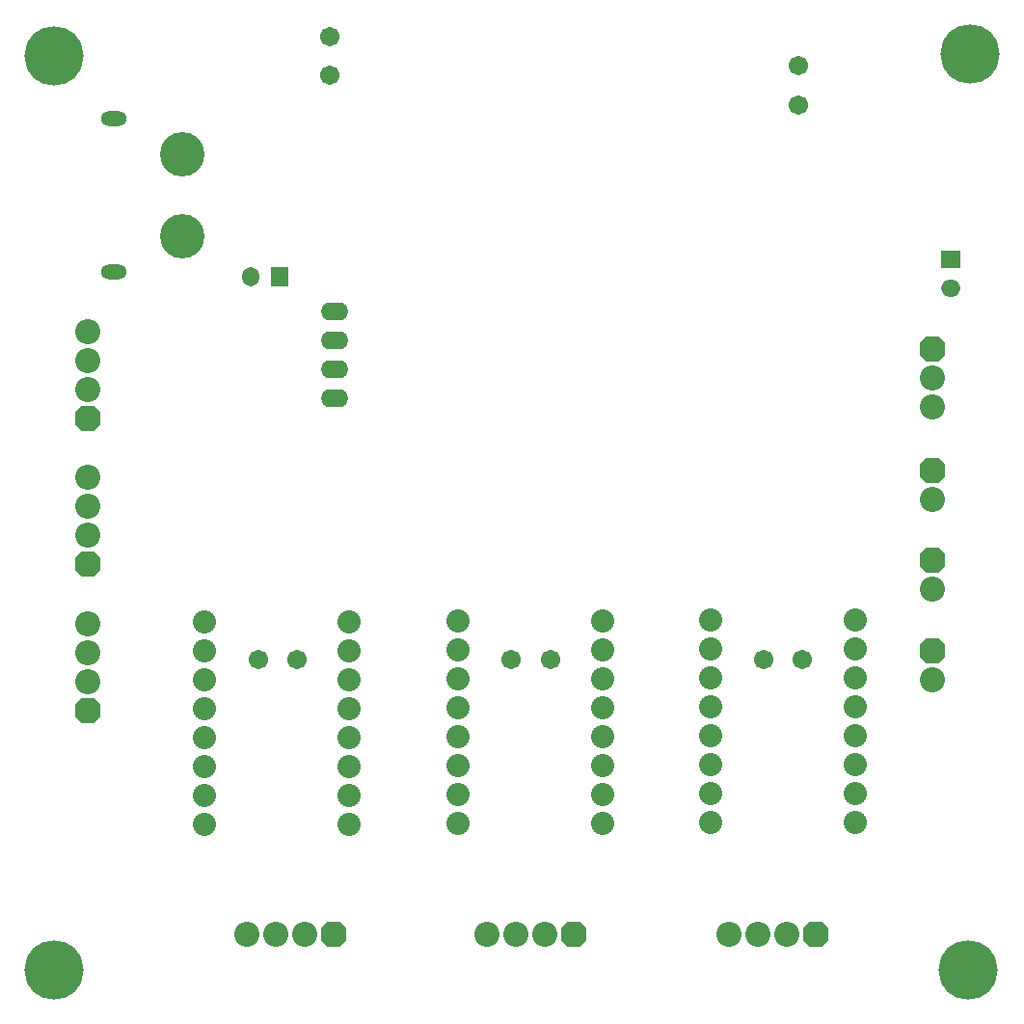
<source format=gbs>
G04*
G04 #@! TF.GenerationSoftware,Altium Limited,Altium Designer,24.8.2 (39)*
G04*
G04 Layer_Color=16711935*
%FSTAX24Y24*%
%MOIN*%
G70*
G04*
G04 #@! TF.SameCoordinates,E2E89361-0BB4-4F2D-B907-9D5CD4EE4A11*
G04*
G04*
G04 #@! TF.FilePolarity,Negative*
G04*
G01*
G75*
%ADD55R,0.0592X0.0671*%
%ADD56O,0.0592X0.0671*%
%ADD57C,0.0800*%
%ADD58C,0.0671*%
G04:AMPARAMS|DCode=59|XSize=86.7mil|YSize=86.7mil|CornerRadius=0mil|HoleSize=0mil|Usage=FLASHONLY|Rotation=0.000|XOffset=0mil|YOffset=0mil|HoleType=Round|Shape=Octagon|*
%AMOCTAGOND59*
4,1,8,0.0434,-0.0217,0.0434,0.0217,0.0217,0.0434,-0.0217,0.0434,-0.0434,0.0217,-0.0434,-0.0217,-0.0217,-0.0434,0.0217,-0.0434,0.0434,-0.0217,0.0*
%
%ADD59OCTAGOND59*%

%ADD60C,0.0867*%
%ADD61O,0.0671X0.0592*%
%ADD62R,0.0671X0.0592*%
%ADD63C,0.2049*%
%ADD64C,0.1535*%
%ADD65O,0.0906X0.0512*%
G04:AMPARAMS|DCode=66|XSize=86.7mil|YSize=86.7mil|CornerRadius=0mil|HoleSize=0mil|Usage=FLASHONLY|Rotation=270.000|XOffset=0mil|YOffset=0mil|HoleType=Round|Shape=Octagon|*
%AMOCTAGOND66*
4,1,8,-0.0217,-0.0434,0.0217,-0.0434,0.0434,-0.0217,0.0434,0.0217,0.0217,0.0434,-0.0217,0.0434,-0.0434,0.0217,-0.0434,-0.0217,-0.0217,-0.0434,0.0*
%
%ADD66OCTAGOND66*%

%ADD91O,0.0945X0.0630*%
D55*
X009702Y025876D02*
D03*
D56*
X008702D02*
D03*
D57*
X0296Y014D02*
D03*
Y013D02*
D03*
Y012D02*
D03*
Y011D02*
D03*
Y01D02*
D03*
Y009D02*
D03*
Y008D02*
D03*
Y007D02*
D03*
X0246D02*
D03*
Y008D02*
D03*
Y009D02*
D03*
Y01D02*
D03*
Y011D02*
D03*
Y012D02*
D03*
Y013D02*
D03*
Y014D02*
D03*
X020891Y01399D02*
D03*
Y01299D02*
D03*
Y01199D02*
D03*
Y01099D02*
D03*
Y00999D02*
D03*
Y00899D02*
D03*
Y00799D02*
D03*
Y00699D02*
D03*
X015891D02*
D03*
Y00799D02*
D03*
Y00899D02*
D03*
Y00999D02*
D03*
Y01099D02*
D03*
Y01199D02*
D03*
Y01299D02*
D03*
Y01399D02*
D03*
X00711Y01395D02*
D03*
Y01295D02*
D03*
Y01195D02*
D03*
Y01095D02*
D03*
Y00995D02*
D03*
Y00895D02*
D03*
Y00795D02*
D03*
Y00695D02*
D03*
X01211D02*
D03*
Y00795D02*
D03*
Y00895D02*
D03*
Y00995D02*
D03*
Y01095D02*
D03*
Y01195D02*
D03*
Y01295D02*
D03*
Y01395D02*
D03*
D58*
X011457Y032835D02*
D03*
Y034173D02*
D03*
X027769Y01265D02*
D03*
X026431D02*
D03*
X019061D02*
D03*
X017722D02*
D03*
X010312D02*
D03*
X008974D02*
D03*
X027638Y031823D02*
D03*
Y033161D02*
D03*
D59*
X032283Y016063D02*
D03*
Y012945D02*
D03*
X032283Y019189D02*
D03*
X003071Y010871D02*
D03*
Y015929D02*
D03*
Y020992D02*
D03*
X032283Y023386D02*
D03*
D60*
Y015063D02*
D03*
Y011945D02*
D03*
X032283Y018189D02*
D03*
X003071Y011871D02*
D03*
Y012871D02*
D03*
Y013871D02*
D03*
Y018929D02*
D03*
Y017929D02*
D03*
Y016929D02*
D03*
Y023992D02*
D03*
Y022992D02*
D03*
Y021992D02*
D03*
X00858Y00315D02*
D03*
X00958D02*
D03*
X01058D02*
D03*
X016891D02*
D03*
X017891D02*
D03*
X018891D02*
D03*
X032283Y022386D02*
D03*
Y021386D02*
D03*
X027253Y00315D02*
D03*
X026253D02*
D03*
X025253D02*
D03*
D61*
X032898Y025484D02*
D03*
D62*
Y026484D02*
D03*
D63*
X001911Y001912D02*
D03*
X033521Y001912D02*
D03*
X03359Y033583D02*
D03*
X001912Y033521D02*
D03*
D64*
X006339Y030118D02*
D03*
Y027284D02*
D03*
D65*
X003976Y031358D02*
D03*
Y026043D02*
D03*
D66*
X01158Y00315D02*
D03*
X019891D02*
D03*
X028253D02*
D03*
D91*
X011621Y021681D02*
D03*
Y022681D02*
D03*
Y023681D02*
D03*
Y024681D02*
D03*
M02*

</source>
